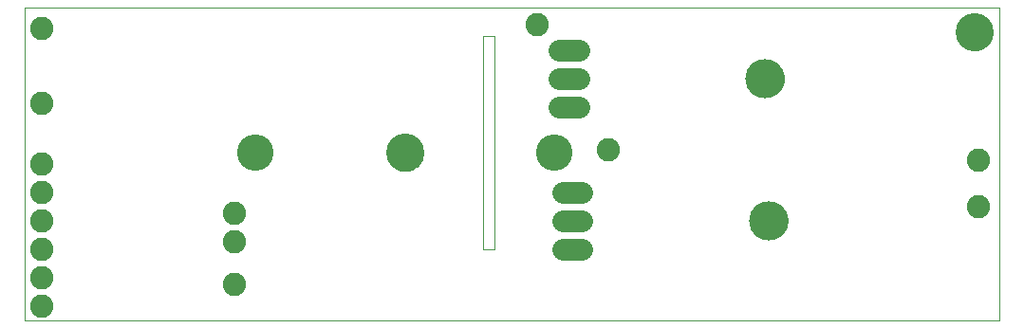
<source format=gbs>
G75*
G70*
%OFA0B0*%
%FSLAX24Y24*%
%IPPOS*%
%LPD*%
%AMOC8*
5,1,8,0,0,1.08239X$1,22.5*
%
%ADD10C,0.0000*%
%ADD11C,0.1340*%
%ADD12C,0.0820*%
%ADD13C,0.1280*%
%ADD14C,0.0760*%
%ADD15C,0.1380*%
D10*
X000175Y005250D02*
X000175Y016246D01*
X034420Y016246D01*
X034420Y005250D01*
X000175Y005250D01*
X012920Y011125D02*
X012922Y011175D01*
X012928Y011225D01*
X012938Y011274D01*
X012952Y011322D01*
X012969Y011369D01*
X012990Y011414D01*
X013015Y011458D01*
X013043Y011499D01*
X013075Y011538D01*
X013109Y011575D01*
X013146Y011609D01*
X013186Y011639D01*
X013228Y011666D01*
X013272Y011690D01*
X013318Y011711D01*
X013365Y011727D01*
X013413Y011740D01*
X013463Y011749D01*
X013512Y011754D01*
X013563Y011755D01*
X013613Y011752D01*
X013662Y011745D01*
X013711Y011734D01*
X013759Y011719D01*
X013805Y011701D01*
X013850Y011679D01*
X013893Y011653D01*
X013934Y011624D01*
X013973Y011592D01*
X014009Y011557D01*
X014041Y011519D01*
X014071Y011479D01*
X014098Y011436D01*
X014121Y011392D01*
X014140Y011346D01*
X014156Y011298D01*
X014168Y011249D01*
X014176Y011200D01*
X014180Y011150D01*
X014180Y011100D01*
X014176Y011050D01*
X014168Y011001D01*
X014156Y010952D01*
X014140Y010904D01*
X014121Y010858D01*
X014098Y010814D01*
X014071Y010771D01*
X014041Y010731D01*
X014009Y010693D01*
X013973Y010658D01*
X013934Y010626D01*
X013893Y010597D01*
X013850Y010571D01*
X013805Y010549D01*
X013759Y010531D01*
X013711Y010516D01*
X013662Y010505D01*
X013613Y010498D01*
X013563Y010495D01*
X013512Y010496D01*
X013463Y010501D01*
X013413Y010510D01*
X013365Y010523D01*
X013318Y010539D01*
X013272Y010560D01*
X013228Y010584D01*
X013186Y010611D01*
X013146Y010641D01*
X013109Y010675D01*
X013075Y010712D01*
X013043Y010751D01*
X013015Y010792D01*
X012990Y010836D01*
X012969Y010881D01*
X012952Y010928D01*
X012938Y010976D01*
X012928Y011025D01*
X012922Y011075D01*
X012920Y011125D01*
X016300Y007750D02*
X016675Y007750D01*
X016675Y015250D01*
X016300Y015250D01*
X016300Y007750D01*
X025675Y008750D02*
X025677Y008800D01*
X025683Y008850D01*
X025693Y008900D01*
X025706Y008948D01*
X025723Y008996D01*
X025744Y009042D01*
X025768Y009086D01*
X025796Y009128D01*
X025827Y009168D01*
X025861Y009205D01*
X025898Y009240D01*
X025937Y009271D01*
X025978Y009300D01*
X026022Y009325D01*
X026068Y009347D01*
X026115Y009365D01*
X026163Y009379D01*
X026212Y009390D01*
X026262Y009397D01*
X026312Y009400D01*
X026363Y009399D01*
X026413Y009394D01*
X026463Y009385D01*
X026511Y009373D01*
X026559Y009356D01*
X026605Y009336D01*
X026650Y009313D01*
X026693Y009286D01*
X026733Y009256D01*
X026771Y009223D01*
X026806Y009187D01*
X026839Y009148D01*
X026868Y009107D01*
X026894Y009064D01*
X026917Y009019D01*
X026936Y008972D01*
X026951Y008924D01*
X026963Y008875D01*
X026971Y008825D01*
X026975Y008775D01*
X026975Y008725D01*
X026971Y008675D01*
X026963Y008625D01*
X026951Y008576D01*
X026936Y008528D01*
X026917Y008481D01*
X026894Y008436D01*
X026868Y008393D01*
X026839Y008352D01*
X026806Y008313D01*
X026771Y008277D01*
X026733Y008244D01*
X026693Y008214D01*
X026650Y008187D01*
X026605Y008164D01*
X026559Y008144D01*
X026511Y008127D01*
X026463Y008115D01*
X026413Y008106D01*
X026363Y008101D01*
X026312Y008100D01*
X026262Y008103D01*
X026212Y008110D01*
X026163Y008121D01*
X026115Y008135D01*
X026068Y008153D01*
X026022Y008175D01*
X025978Y008200D01*
X025937Y008229D01*
X025898Y008260D01*
X025861Y008295D01*
X025827Y008332D01*
X025796Y008372D01*
X025768Y008414D01*
X025744Y008458D01*
X025723Y008504D01*
X025706Y008552D01*
X025693Y008600D01*
X025683Y008650D01*
X025677Y008700D01*
X025675Y008750D01*
X025550Y013750D02*
X025552Y013800D01*
X025558Y013850D01*
X025568Y013900D01*
X025581Y013948D01*
X025598Y013996D01*
X025619Y014042D01*
X025643Y014086D01*
X025671Y014128D01*
X025702Y014168D01*
X025736Y014205D01*
X025773Y014240D01*
X025812Y014271D01*
X025853Y014300D01*
X025897Y014325D01*
X025943Y014347D01*
X025990Y014365D01*
X026038Y014379D01*
X026087Y014390D01*
X026137Y014397D01*
X026187Y014400D01*
X026238Y014399D01*
X026288Y014394D01*
X026338Y014385D01*
X026386Y014373D01*
X026434Y014356D01*
X026480Y014336D01*
X026525Y014313D01*
X026568Y014286D01*
X026608Y014256D01*
X026646Y014223D01*
X026681Y014187D01*
X026714Y014148D01*
X026743Y014107D01*
X026769Y014064D01*
X026792Y014019D01*
X026811Y013972D01*
X026826Y013924D01*
X026838Y013875D01*
X026846Y013825D01*
X026850Y013775D01*
X026850Y013725D01*
X026846Y013675D01*
X026838Y013625D01*
X026826Y013576D01*
X026811Y013528D01*
X026792Y013481D01*
X026769Y013436D01*
X026743Y013393D01*
X026714Y013352D01*
X026681Y013313D01*
X026646Y013277D01*
X026608Y013244D01*
X026568Y013214D01*
X026525Y013187D01*
X026480Y013164D01*
X026434Y013144D01*
X026386Y013127D01*
X026338Y013115D01*
X026288Y013106D01*
X026238Y013101D01*
X026187Y013100D01*
X026137Y013103D01*
X026087Y013110D01*
X026038Y013121D01*
X025990Y013135D01*
X025943Y013153D01*
X025897Y013175D01*
X025853Y013200D01*
X025812Y013229D01*
X025773Y013260D01*
X025736Y013295D01*
X025702Y013332D01*
X025671Y013372D01*
X025643Y013414D01*
X025619Y013458D01*
X025598Y013504D01*
X025581Y013552D01*
X025568Y013600D01*
X025558Y013650D01*
X025552Y013700D01*
X025550Y013750D01*
X032920Y015375D02*
X032922Y015425D01*
X032928Y015475D01*
X032938Y015524D01*
X032952Y015572D01*
X032969Y015619D01*
X032990Y015664D01*
X033015Y015708D01*
X033043Y015749D01*
X033075Y015788D01*
X033109Y015825D01*
X033146Y015859D01*
X033186Y015889D01*
X033228Y015916D01*
X033272Y015940D01*
X033318Y015961D01*
X033365Y015977D01*
X033413Y015990D01*
X033463Y015999D01*
X033512Y016004D01*
X033563Y016005D01*
X033613Y016002D01*
X033662Y015995D01*
X033711Y015984D01*
X033759Y015969D01*
X033805Y015951D01*
X033850Y015929D01*
X033893Y015903D01*
X033934Y015874D01*
X033973Y015842D01*
X034009Y015807D01*
X034041Y015769D01*
X034071Y015729D01*
X034098Y015686D01*
X034121Y015642D01*
X034140Y015596D01*
X034156Y015548D01*
X034168Y015499D01*
X034176Y015450D01*
X034180Y015400D01*
X034180Y015350D01*
X034176Y015300D01*
X034168Y015251D01*
X034156Y015202D01*
X034140Y015154D01*
X034121Y015108D01*
X034098Y015064D01*
X034071Y015021D01*
X034041Y014981D01*
X034009Y014943D01*
X033973Y014908D01*
X033934Y014876D01*
X033893Y014847D01*
X033850Y014821D01*
X033805Y014799D01*
X033759Y014781D01*
X033711Y014766D01*
X033662Y014755D01*
X033613Y014748D01*
X033563Y014745D01*
X033512Y014746D01*
X033463Y014751D01*
X033413Y014760D01*
X033365Y014773D01*
X033318Y014789D01*
X033272Y014810D01*
X033228Y014834D01*
X033186Y014861D01*
X033146Y014891D01*
X033109Y014925D01*
X033075Y014962D01*
X033043Y015001D01*
X033015Y015042D01*
X032990Y015086D01*
X032969Y015131D01*
X032952Y015178D01*
X032938Y015226D01*
X032928Y015275D01*
X032922Y015325D01*
X032920Y015375D01*
D11*
X033550Y015375D03*
X013550Y011125D03*
D12*
X007550Y009000D03*
X007550Y008000D03*
X007550Y006500D03*
X000800Y006750D03*
X000800Y007750D03*
X000800Y008750D03*
X000800Y009750D03*
X000800Y010750D03*
X000800Y012875D03*
X000800Y015500D03*
X018175Y015625D03*
X020675Y011250D03*
X033675Y010875D03*
X033675Y009250D03*
X000800Y005750D03*
D13*
X008300Y011125D03*
X018800Y011125D03*
D14*
X019085Y009750D02*
X019765Y009750D01*
X019765Y008750D02*
X019085Y008750D01*
X019085Y007750D02*
X019765Y007750D01*
X019640Y012750D02*
X018960Y012750D01*
X018960Y013750D02*
X019640Y013750D01*
X019640Y014750D02*
X018960Y014750D01*
D15*
X026200Y013750D03*
X026325Y008750D03*
M02*

</source>
